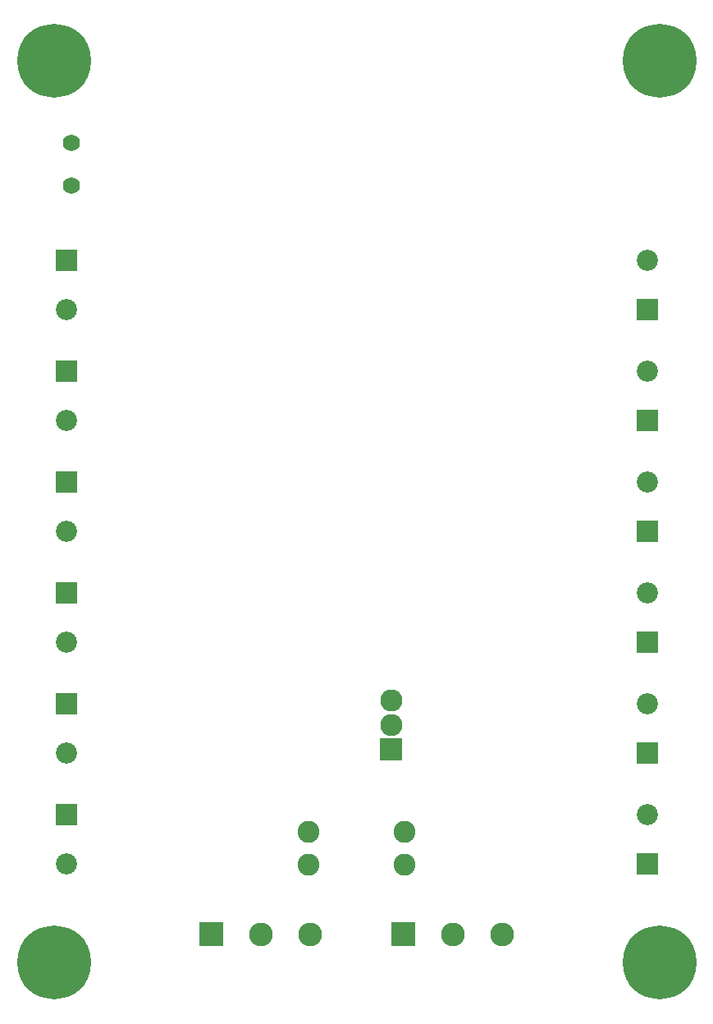
<source format=gbr>
G04 start of page 7 for group -4062 idx -4062 *
G04 Title: (unknown), soldermask *
G04 Creator: pcb 4.0.2 *
G04 CreationDate: Sat May 14 18:30:59 2022 UTC *
G04 For: railfan *
G04 Format: Gerber/RS-274X *
G04 PCB-Dimensions (mil): 3000.00 4200.00 *
G04 PCB-Coordinate-Origin: lower left *
%MOIN*%
%FSLAX25Y25*%
%LNBOTTOMMASK*%
%ADD67C,0.0890*%
%ADD66C,0.0960*%
%ADD65C,0.0900*%
%ADD64C,0.0693*%
%ADD63C,0.2997*%
%ADD62C,0.0860*%
%ADD61C,0.0001*%
G54D61*G36*
X27700Y271300D02*Y262700D01*
X36300D01*
Y271300D01*
X27700D01*
G37*
G54D62*X32000Y247000D03*
G54D61*G36*
X27700Y226300D02*Y217700D01*
X36300D01*
Y226300D01*
X27700D01*
G37*
G54D62*X32000Y202000D03*
G54D61*G36*
X27700Y181300D02*Y172700D01*
X36300D01*
Y181300D01*
X27700D01*
G37*
G54D62*X32000Y157000D03*
G54D61*G36*
X27700Y136300D02*Y127700D01*
X36300D01*
Y136300D01*
X27700D01*
G37*
G54D62*X32000Y112000D03*
G54D63*X27000Y27000D03*
G54D61*G36*
X27700Y91300D02*Y82700D01*
X36300D01*
Y91300D01*
X27700D01*
G37*
G54D62*X32000Y67000D03*
G54D61*G36*
X263700Y296300D02*Y287700D01*
X272300D01*
Y296300D01*
X263700D01*
G37*
G54D62*X268000Y312000D03*
G54D63*X27000Y393000D03*
G54D64*X34122Y359661D03*
Y342339D03*
G54D61*G36*
X27700Y316300D02*Y307700D01*
X36300D01*
Y316300D01*
X27700D01*
G37*
G54D62*X32000Y292000D03*
G54D63*X273000Y393000D03*
G54D61*G36*
X263700Y251300D02*Y242700D01*
X272300D01*
Y251300D01*
X263700D01*
G37*
G54D62*X268000Y267000D03*
G54D61*G36*
X263700Y206300D02*Y197700D01*
X272300D01*
Y206300D01*
X263700D01*
G37*
G54D62*X268000Y222000D03*
G54D61*G36*
X263700Y161300D02*Y152700D01*
X272300D01*
Y161300D01*
X263700D01*
G37*
G54D62*X268000Y177000D03*
Y132000D03*
G54D61*G36*
X263700Y116300D02*Y107700D01*
X272300D01*
Y116300D01*
X263700D01*
G37*
G54D65*X164000Y133500D03*
Y123500D03*
G54D61*G36*
X159500Y118000D02*Y109000D01*
X168500D01*
Y118000D01*
X159500D01*
G37*
G36*
X164200Y43300D02*Y33700D01*
X173800D01*
Y43300D01*
X164200D01*
G37*
G54D66*X189000Y38500D03*
X209000D03*
G54D67*X130500Y80200D03*
Y66800D03*
X169500Y80200D03*
Y66800D03*
G54D61*G36*
X263700Y71300D02*Y62700D01*
X272300D01*
Y71300D01*
X263700D01*
G37*
G54D62*X268000Y87000D03*
G54D61*G36*
X86200Y43300D02*Y33700D01*
X95800D01*
Y43300D01*
X86200D01*
G37*
G54D66*X111000Y38500D03*
X131000D03*
G54D63*X273000Y27000D03*
M02*

</source>
